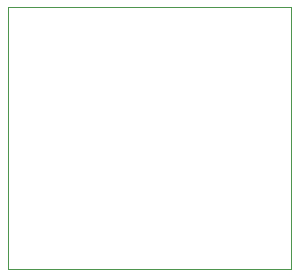
<source format=gbr>
%TF.GenerationSoftware,KiCad,Pcbnew,7.0.10*%
%TF.CreationDate,2024-08-23T10:21:53-04:00*%
%TF.ProjectId,mks_wifi_breakout,6d6b735f-7769-4666-995f-627265616b6f,rev?*%
%TF.SameCoordinates,Original*%
%TF.FileFunction,Profile,NP*%
%FSLAX46Y46*%
G04 Gerber Fmt 4.6, Leading zero omitted, Abs format (unit mm)*
G04 Created by KiCad (PCBNEW 7.0.10) date 2024-08-23 10:21:53*
%MOMM*%
%LPD*%
G01*
G04 APERTURE LIST*
%TA.AperFunction,Profile*%
%ADD10C,0.100000*%
%TD*%
G04 APERTURE END LIST*
D10*
X129800000Y-69600000D02*
X153800000Y-69600000D01*
X153800000Y-91800000D01*
X129800000Y-91800000D01*
X129800000Y-69600000D01*
M02*

</source>
